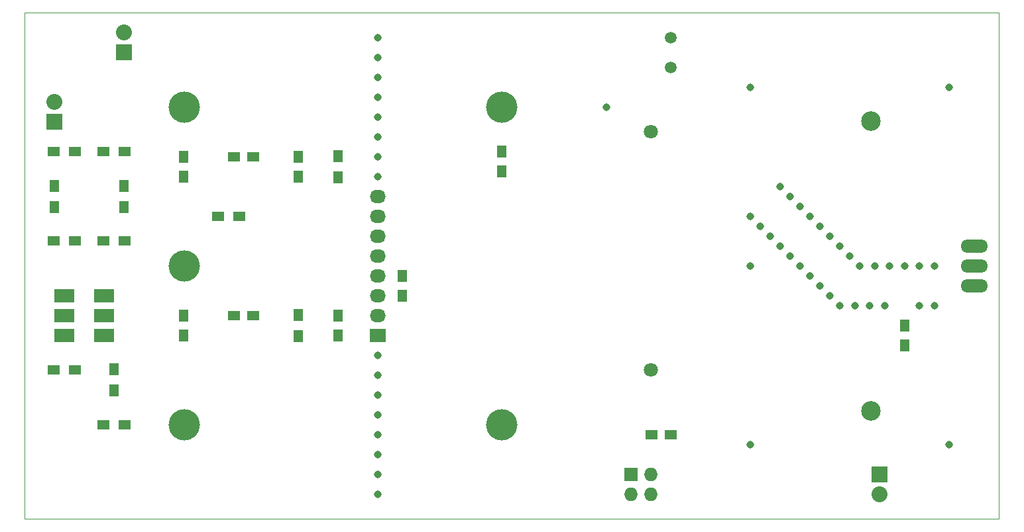
<source format=gbr>
G04 #@! TF.FileFunction,Soldermask,Bot*
%FSLAX46Y46*%
G04 Gerber Fmt 4.6, Leading zero omitted, Abs format (unit mm)*
G04 Created by KiCad (PCBNEW (after 2015-mar-04 BZR unknown)-product) date Mon 31 Oct 2016 03:55:16 PM CET*
%MOMM*%
G01*
G04 APERTURE LIST*
%ADD10C,0.100000*%
%ADD11C,0.970000*%
%ADD12C,2.500000*%
%ADD13R,1.250000X1.500000*%
%ADD14R,1.500000X1.250000*%
%ADD15R,1.300000X1.500000*%
%ADD16C,1.501140*%
%ADD17R,2.032000X2.032000*%
%ADD18O,2.032000X2.032000*%
%ADD19R,2.032000X1.727200*%
%ADD20O,2.032000X1.727200*%
%ADD21R,1.727200X1.727200*%
%ADD22O,1.727200X1.727200*%
%ADD23R,1.500000X1.300000*%
%ADD24O,3.500120X1.699260*%
%ADD25C,4.000000*%
%ADD26R,2.540000X1.651000*%
%ADD27C,1.800000*%
G04 APERTURE END LIST*
D10*
X50165000Y-114935000D02*
X50165000Y-50165000D01*
X174625000Y-114935000D02*
X50165000Y-114935000D01*
X174625000Y-50165000D02*
X174625000Y-114935000D01*
X50165000Y-50165000D02*
X174625000Y-50165000D01*
D11*
X95250000Y-111760000D03*
X95250000Y-109220000D03*
X95250000Y-106680000D03*
X95250000Y-104140000D03*
X95250000Y-101600000D03*
X95250000Y-99060000D03*
X95250000Y-96520000D03*
X95250000Y-93980000D03*
X95250000Y-71120000D03*
X95250000Y-68580000D03*
X95250000Y-66040000D03*
X95250000Y-63500000D03*
X95250000Y-60960000D03*
X95250000Y-58420000D03*
X95250000Y-55880000D03*
X95250000Y-53340000D03*
X95250000Y-53340000D03*
X95250000Y-55880000D03*
X95250000Y-58420000D03*
X95250000Y-60960000D03*
X95250000Y-63500000D03*
X95250000Y-66040000D03*
X95250000Y-68580000D03*
X95250000Y-71120000D03*
X95250000Y-71120000D03*
X95250000Y-68580000D03*
X95250000Y-66040000D03*
X95250000Y-63500000D03*
X95250000Y-60960000D03*
X95250000Y-58420000D03*
X95250000Y-55880000D03*
X95250000Y-53340000D03*
X95250000Y-53340000D03*
X95250000Y-55880000D03*
X95250000Y-58420000D03*
X95250000Y-60960000D03*
X95250000Y-63500000D03*
X95250000Y-66040000D03*
X95250000Y-68580000D03*
X95250000Y-71120000D03*
X124460000Y-62230000D03*
D12*
X158275000Y-101100000D03*
D11*
X162560000Y-82550000D03*
X168275000Y-59690000D03*
X160020000Y-87630000D03*
X158115000Y-87630000D03*
X156210000Y-87630000D03*
X154305000Y-87630000D03*
X153035000Y-86360000D03*
X151765000Y-85090000D03*
X150495000Y-83820000D03*
X149225000Y-82550000D03*
X147955000Y-81280000D03*
X146685000Y-80010000D03*
X145415000Y-78740000D03*
X144145000Y-77470000D03*
X166370000Y-82550000D03*
X160655000Y-82550000D03*
X158750000Y-82550000D03*
X156845000Y-82550000D03*
X155575000Y-81280000D03*
X154305000Y-80010000D03*
X153035000Y-78740000D03*
X151765000Y-77470000D03*
X150495000Y-76200000D03*
X149225000Y-74930000D03*
X166370000Y-87630000D03*
X164465000Y-87630000D03*
X164465000Y-82550000D03*
X147955000Y-73660000D03*
X146685000Y-72390000D03*
X142875000Y-76200000D03*
X168275000Y-105410000D03*
X142875000Y-105410000D03*
D12*
X158275000Y-64000000D03*
D11*
X142875000Y-82550000D03*
D13*
X162560000Y-90190000D03*
X162560000Y-92690000D03*
D14*
X130195000Y-104140000D03*
X132695000Y-104140000D03*
D15*
X85090000Y-88820000D03*
X85090000Y-91520000D03*
X90170000Y-68500000D03*
X90170000Y-71200000D03*
D13*
X90170000Y-88920000D03*
X90170000Y-91420000D03*
X85090000Y-68600000D03*
X85090000Y-71100000D03*
X70485000Y-88920000D03*
X70485000Y-91420000D03*
X70485000Y-68600000D03*
X70485000Y-71100000D03*
D16*
X132715000Y-53340000D03*
X132715000Y-57150000D03*
D13*
X111125000Y-67965000D03*
X111125000Y-70465000D03*
D14*
X79355000Y-88900000D03*
X76855000Y-88900000D03*
X79355000Y-68580000D03*
X76855000Y-68580000D03*
D17*
X159385000Y-109220000D03*
D18*
X159385000Y-111760000D03*
D19*
X95250000Y-91440000D03*
D20*
X95250000Y-88900000D03*
X95250000Y-86360000D03*
X95250000Y-83820000D03*
X95250000Y-81280000D03*
X95250000Y-78740000D03*
X95250000Y-76200000D03*
X95250000Y-73660000D03*
D21*
X127635000Y-109220000D03*
D22*
X130175000Y-109220000D03*
X127635000Y-111760000D03*
X130175000Y-111760000D03*
D17*
X53975000Y-64135000D03*
D18*
X53975000Y-61595000D03*
D17*
X62865000Y-55245000D03*
D18*
X62865000Y-52705000D03*
D23*
X62945000Y-102870000D03*
X60245000Y-102870000D03*
D15*
X61595000Y-95805000D03*
X61595000Y-98505000D03*
D23*
X56595000Y-95885000D03*
X53895000Y-95885000D03*
X53895000Y-79375000D03*
X56595000Y-79375000D03*
X62945000Y-79375000D03*
X60245000Y-79375000D03*
D15*
X53975000Y-72310000D03*
X53975000Y-75010000D03*
X62865000Y-72310000D03*
X62865000Y-75010000D03*
D23*
X53895000Y-67945000D03*
X56595000Y-67945000D03*
X62945000Y-67945000D03*
X60245000Y-67945000D03*
D24*
X171450000Y-82550000D03*
X171450000Y-85090000D03*
X171450000Y-80010000D03*
D25*
X70505000Y-62250000D03*
X70505000Y-82550000D03*
X70505000Y-102850000D03*
X111105000Y-102850000D03*
X111105000Y-62250000D03*
D26*
X55245000Y-91440000D03*
X55245000Y-88900000D03*
X55245000Y-86360000D03*
X60325000Y-86360000D03*
X60325000Y-88900000D03*
X60325000Y-91440000D03*
D27*
X130175000Y-95885000D03*
X130175000Y-65405000D03*
D23*
X74850000Y-76200000D03*
X77550000Y-76200000D03*
D11*
X142875000Y-59690000D03*
D13*
X98425000Y-86340000D03*
X98425000Y-83840000D03*
M02*

</source>
